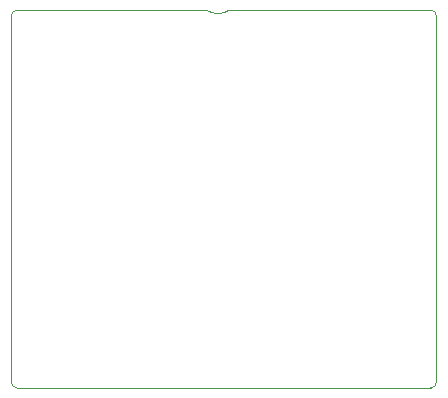
<source format=gbp>
%TF.GenerationSoftware,KiCad,Pcbnew,(6.0.0-rc1-dev-1-g01c5bdfb8)*%
%TF.CreationDate,2019-03-01T14:34:42+01:00*%
%TF.ProjectId,printer-otter,7072696E7465722D6F747465722E6B69,rev?*%
%TF.SameCoordinates,Original*%
%TF.FileFunction,Paste,Bot*%
%TF.FilePolarity,Positive*%
%FSLAX46Y46*%
G04 Gerber Fmt 4.6, Leading zero omitted, Abs format (unit mm)*
G04 Created by KiCad (PCBNEW (6.0.0-rc1-dev-1-g01c5bdfb8)) date Fri Mar  1 14:34:42 2019*
%MOMM*%
%LPD*%
G01*
G04 APERTURE LIST*
%ADD10C,0.100000*%
G04 APERTURE END LIST*
D10*
X100000000Y-100500000D02*
G75*
G02X100500000Y-100000000I500000J0D01*
G01*
X100500000Y-132000000D02*
G75*
G02X100000000Y-131500000I0J500000D01*
G01*
X136000000Y-131500000D02*
G75*
G02X135500000Y-132000000I-500000J0D01*
G01*
X135500000Y-100000000D02*
G75*
G02X136000000Y-100500000I0J-500000D01*
G01*
X135500000Y-100000000D02*
X118500000Y-100000000D01*
X136000000Y-131500000D02*
X136000000Y-100500000D01*
X100500000Y-132000000D02*
X135500000Y-132000000D01*
X100000000Y-100500000D02*
X100000000Y-131500000D01*
X104500000Y-100000000D02*
X100500000Y-100000000D01*
X107000000Y-100000000D02*
X104500000Y-100000000D01*
X110000000Y-100000000D02*
X112500000Y-100000000D01*
X113000000Y-100000000D02*
X112500000Y-100000000D01*
X116500000Y-100000000D02*
X116000000Y-100000000D01*
X110000000Y-100000000D02*
X107000000Y-100000000D01*
X116000000Y-100000000D02*
X113000000Y-100000000D01*
X118499999Y-99999999D02*
G75*
G02X116500000Y-100000000I-1000000J1499998D01*
G01*
M02*

</source>
